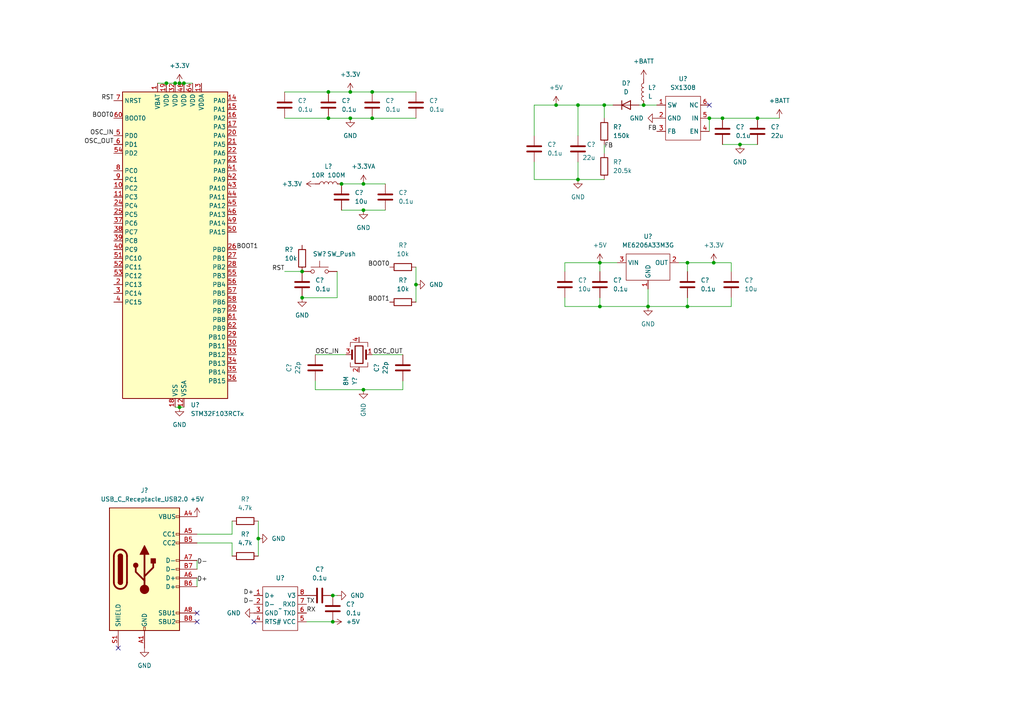
<source format=kicad_sch>
(kicad_sch (version 20230121) (generator eeschema)
  (paper "A4")
  (lib_symbols
    (symbol "Connector:USB_C_Receptacle_USB2.0" (pin_names (offset 1.016))
      (property "Reference" "J" (at -10.16 19.05 0))
      (property "Value" "USB_C_Receptacle_USB2.0" (at 19.05 19.05 0))
      (symbol "USB_C_Receptacle_USB2.0_0_0"
        (rectangle (start -0.254 -17.78) (end 0.254 -16.764))
        (rectangle (start 10.16 -14.986) (end 9.144 -15.494))
        (rectangle (start 10.16 -12.446) (end 9.144 -12.954))
        (rectangle (start 10.16 -4.826) (end 9.144 -5.334))
        (rectangle (start 10.16 -2.286) (end 9.144 -2.794))
        (rectangle (start 10.16 0.254) (end 9.144 -0.254))
        (rectangle (start 10.16 2.794) (end 9.144 2.286))
        (rectangle (start 10.16 7.874) (end 9.144 7.366))
        (rectangle (start 10.16 10.414) (end 9.144 9.906))
        (rectangle (start 10.16 15.494) (end 9.144 14.986))
      )
      (symbol "USB_C_Receptacle_USB2.0_0_1"
        (rectangle (start -10.16 17.78) (end 10.16 -17.78) (stroke (width 0.254)) (fill (type background)))
        (arc (start -8.89 -3.81) (mid -6.985 -5.7067) (end -5.08 -3.81) (stroke (width 0.508)))
        (arc (start -7.62 -3.81) (mid -6.985 -4.4423) (end -6.35 -3.81) (stroke (width 0.254)))
        (arc (start -7.62 -3.81) (mid -6.985 -4.4423) (end -6.35 -3.81) (stroke (width 0.254)) (fill (type outline)))
        (rectangle (start -7.62 -3.81) (end -6.35 3.81) (stroke (width 0.254)) (fill (type outline)))
        (arc (start -6.35 3.81) (mid -6.985 4.4423) (end -7.62 3.81) (stroke (width 0.254)))
        (arc (start -6.35 3.81) (mid -6.985 4.4423) (end -7.62 3.81) (stroke (width 0.254)) (fill (type outline)))
        (arc (start -5.08 3.81) (mid -6.985 5.7067) (end -8.89 3.81) (stroke (width 0.508)))
        (circle (center -2.54 1.143) (radius 0.635) (stroke (width 0.254)) (fill (type outline)))
        (circle (center 0 -5.842) (radius 1.27) (fill (type outline)))
        (polyline (pts (xy -8.89 -3.81) (xy -8.89 3.81)) (stroke (width 0.508)))
        (polyline (pts (xy -5.08 3.81) (xy -5.08 -3.81)) (stroke (width 0.508)))
        (polyline (pts (xy 0 -5.842) (xy 0 4.318)) (stroke (width 0.508)))
        (polyline (pts (xy 0 -3.302) (xy -2.54 -0.762) (xy -2.54 0.508)) (stroke (width 0.508)))
        (polyline (pts (xy 0 -2.032) (xy 2.54 0.508) (xy 2.54 1.778)) (stroke (width 0.508)))
        (polyline (pts (xy -1.27 4.318) (xy 0 6.858) (xy 1.27 4.318) (xy -1.27 4.318)) (stroke (width 0.254)) (fill (type outline)))
        (rectangle (start 1.905 1.778) (end 3.175 3.048) (stroke (width 0.254)) (fill (type outline)))
      )
      (symbol "USB_C_Receptacle_USB2.0_1_1"
        (pin passive line (at 0 -22.86 90) (length 5.08) (name "GND") (number "A1"))
        (pin passive line (at 0 -22.86 90) (length 5.08) hide (name "GND") (number "A12"))
        (pin passive line (at 15.24 15.24 180) (length 5.08) (name "VBUS") (number "A4"))
        (pin bidirectional line (at 15.24 10.16 180) (length 5.08) (name "CC1") (number "A5"))
        (pin bidirectional line (at 15.24 -2.54 180) (length 5.08) (name "D+") (number "A6"))
        (pin bidirectional line (at 15.24 2.54 180) (length 5.08) (name "D-") (number "A7"))
        (pin bidirectional line (at 15.24 -12.7 180) (length 5.08) (name "SBU1") (number "A8"))
        (pin passive line (at 15.24 15.24 180) (length 5.08) hide (name "VBUS") (number "A9"))
        (pin passive line (at 0 -22.86 90) (length 5.08) hide (name "GND") (number "B1"))
        (pin passive line (at 0 -22.86 90) (length 5.08) hide (name "GND") (number "B12"))
        (pin passive line (at 15.24 15.24 180) (length 5.08) hide (name "VBUS") (number "B4"))
        (pin bidirectional line (at 15.24 7.62 180) (length 5.08) (name "CC2") (number "B5"))
        (pin bidirectional line (at 15.24 -5.08 180) (length 5.08) (name "D+") (number "B6"))
        (pin bidirectional line (at 15.24 0 180) (length 5.08) (name "D-") (number "B7"))
        (pin bidirectional line (at 15.24 -15.24 180) (length 5.08) (name "SBU2") (number "B8"))
        (pin passive line (at 15.24 15.24 180) (length 5.08) hide (name "VBUS") (number "B9"))
        (pin passive line (at -7.62 -22.86 90) (length 5.08) (name "SHIELD") (number "S1"))
      )
    )
    (symbol "Converter_DCDC:SX1308"
      (property "Reference" "U" (at 0 8.89 0))
      (property "Value" "SX1308" (at 0 0 0))
      (symbol "SX1308_0_1"
        (rectangle (start -5.08 6.35) (end 5.08 -6.35))
      )
      (symbol "SX1308_1_1"
        (pin input line (at -7.62 3.81 0) (length 2.54) (name "SW") (number "1"))
        (pin input line (at -7.62 0 0) (length 2.54) (name "GND") (number "2"))
        (pin input line (at -7.62 -3.81 0) (length 2.54) (name "FB") (number "3"))
        (pin input line (at 7.62 -3.81 180) (length 2.54) (name "EN") (number "4"))
        (pin input line (at 7.62 0 180) (length 2.54) (name "IN") (number "5"))
        (pin input line (at 7.62 3.81 180) (length 2.54) (name "NC") (number "6"))
      )
    )
    (symbol "Device:C" (pin_numbers hide) (pin_names (offset 0.254))
      (property "Reference" "C" (at 0.635 2.54 0))
      (property "Value" "C" (at 0.635 -2.54 0))
      (symbol "C_0_1"
        (polyline (pts (xy -2.032 -0.762) (xy 2.032 -0.762)) (stroke (width 0.508)))
        (polyline (pts (xy -2.032 0.762) (xy 2.032 0.762)) (stroke (width 0.508)))
      )
      (symbol "C_1_1"
        (pin passive line (at 0 3.81 270) (length 2.794) (name "~") (number "1"))
        (pin passive line (at 0 -3.81 90) (length 2.794) (name "~") (number "2"))
      )
    )
    (symbol "Device:Crystal_GND24" (pin_names (offset 1.016) hide)
      (property "Reference" "Y" (at 3.175 5.08 0))
      (property "Value" "Crystal_GND24" (at 3.175 3.175 0))
      (symbol "Crystal_GND24_0_1"
        (rectangle (start -1.143 2.54) (end 1.143 -2.54) (stroke (width 0.3048)))
        (polyline (pts (xy -2.54 0) (xy -2.032 0)))
        (polyline (pts (xy -2.032 -1.27) (xy -2.032 1.27)) (stroke (width 0.508)))
        (polyline (pts (xy 0 -3.81) (xy 0 -3.556)))
        (polyline (pts (xy 0 3.556) (xy 0 3.81)))
        (polyline (pts (xy 2.032 -1.27) (xy 2.032 1.27)) (stroke (width 0.508)))
        (polyline (pts (xy 2.032 0) (xy 2.54 0)))
        (polyline (pts (xy -2.54 -2.286) (xy -2.54 -3.556) (xy 2.54 -3.556) (xy 2.54 -2.286)))
        (polyline (pts (xy -2.54 2.286) (xy -2.54 3.556) (xy 2.54 3.556) (xy 2.54 2.286)))
      )
      (symbol "Crystal_GND24_1_1"
        (pin passive line (at -3.81 0 0) (length 1.27) (name "1") (number "1"))
        (pin passive line (at 0 5.08 270) (length 1.27) (name "2") (number "2"))
        (pin passive line (at 3.81 0 180) (length 1.27) (name "3") (number "3"))
        (pin passive line (at 0 -5.08 90) (length 1.27) (name "4") (number "4"))
      )
    )
    (symbol "Device:D" (pin_numbers hide) (pin_names (offset 1.016) hide)
      (property "Reference" "D" (at 0 2.54 0))
      (property "Value" "D" (at 0 -2.54 0))
      (symbol "D_0_1"
        (polyline (pts (xy -1.27 1.27) (xy -1.27 -1.27)) (stroke (width 0.254)))
        (polyline (pts (xy 1.27 0) (xy -1.27 0)))
        (polyline (pts (xy 1.27 1.27) (xy 1.27 -1.27) (xy -1.27 0) (xy 1.27 1.27)) (stroke (width 0.254)))
      )
      (symbol "D_1_1"
        (pin passive line (at -3.81 0 0) (length 2.54) (name "K") (number "1"))
        (pin passive line (at 3.81 0 180) (length 2.54) (name "A") (number "2"))
      )
    )
    (symbol "Device:L" (pin_numbers hide) (pin_names (offset 1.016) hide)
      (property "Reference" "L" (at -1.27 0 90))
      (property "Value" "L" (at 1.905 0 90))
      (symbol "L_0_1"
        (arc (start 0 -2.54) (mid 0.6323 -1.905) (end 0 -1.27))
        (arc (start 0 -1.27) (mid 0.6323 -0.635) (end 0 0))
        (arc (start 0 0) (mid 0.6323 0.635) (end 0 1.27))
        (arc (start 0 1.27) (mid 0.6323 1.905) (end 0 2.54))
      )
      (symbol "L_1_1"
        (pin passive line (at 0 3.81 270) (length 1.27) (name "1") (number "1"))
        (pin passive line (at 0 -3.81 90) (length 1.27) (name "2") (number "2"))
      )
    )
    (symbol "Device:R" (pin_numbers hide) (pin_names (offset 0))
      (property "Reference" "R" (at 2.032 0 90))
      (property "Value" "R" (at 0 0 90))
      (symbol "R_0_1"
        (rectangle (start -1.016 -2.54) (end 1.016 2.54) (stroke (width 0.254)))
      )
      (symbol "R_1_1"
        (pin passive line (at 0 3.81 270) (length 1.27) (name "~") (number "1"))
        (pin passive line (at 0 -3.81 90) (length 1.27) (name "~") (number "2"))
      )
    )
    (symbol "Interface_USB:CH340N"
      (property "Reference" "U" (at -8.89 7.62 0))
      (symbol "CH340N_0_1"
        (rectangle (start -5.08 6.35) (end 5.08 -6.35))
      )
      (symbol "CH340N_1_1"
        (pin bidirectional line (at -7.62 3.81 0) (length 2.54) (name "D+") (number "1"))
        (pin bidirectional line (at -7.62 1.27 0) (length 2.54) (name "D-") (number "2"))
        (pin power_out line (at -7.62 -1.27 0) (length 2.54) (name "GND") (number "3"))
        (pin bidirectional line (at -7.62 -3.81 0) (length 2.54) (name "RTS#") (number "4"))
        (pin power_out line (at 7.62 -3.81 180) (length 2.54) (name "VCC") (number "5"))
        (pin output line (at 7.62 -1.27 180) (length 2.54) (name "TXD") (number "6"))
        (pin input line (at 7.62 1.27 180) (length 2.54) (name "RXD") (number "7"))
        (pin power_in line (at 7.62 3.81 180) (length 2.54) (name "V3") (number "8"))
      )
    )
    (symbol "MCU_ST_STM32F1:STM32F103RCTx"
      (property "Reference" "U" (at -15.24 46.99 0))
      (property "Value" "STM32F103RCTx" (at 10.16 46.99 0))
      (symbol "STM32F103RCTx_0_1"
        (rectangle (start -15.24 -43.18) (end 15.24 45.72) (stroke (width 0.254)) (fill (type background)))
      )
      (symbol "STM32F103RCTx_1_1"
        (pin power_in line (at -5.08 48.26 270) (length 2.54) (name "VBAT") (number "1"))
        (pin bidirectional line (at -17.78 17.78 0) (length 2.54) (name "PC2") (number "10"))
        (pin bidirectional line (at -17.78 15.24 0) (length 2.54) (name "PC3") (number "11"))
        (pin power_in line (at 2.54 -45.72 90) (length 2.54) (name "VSSA") (number "12"))
        (pin power_in line (at 7.62 48.26 270) (length 2.54) (name "VDDA") (number "13"))
        (pin bidirectional line (at 17.78 43.18 180) (length 2.54) (name "PA0") (number "14"))
        (pin bidirectional line (at 17.78 40.64 180) (length 2.54) (name "PA1") (number "15"))
        (pin bidirectional line (at 17.78 38.1 180) (length 2.54) (name "PA2") (number "16"))
        (pin bidirectional line (at 17.78 35.56 180) (length 2.54) (name "PA3") (number "17"))
        (pin power_in line (at 0 -45.72 90) (length 2.54) (name "VSS") (number "18"))
        (pin power_in line (at -2.54 48.26 270) (length 2.54) (name "VDD") (number "19"))
        (pin bidirectional line (at -17.78 -10.16 0) (length 2.54) (name "PC13") (number "2"))
        (pin bidirectional line (at 17.78 33.02 180) (length 2.54) (name "PA4") (number "20"))
        (pin bidirectional line (at 17.78 30.48 180) (length 2.54) (name "PA5") (number "21"))
        (pin bidirectional line (at 17.78 27.94 180) (length 2.54) (name "PA6") (number "22"))
        (pin bidirectional line (at 17.78 25.4 180) (length 2.54) (name "PA7") (number "23"))
        (pin bidirectional line (at -17.78 12.7 0) (length 2.54) (name "PC4") (number "24"))
        (pin bidirectional line (at -17.78 10.16 0) (length 2.54) (name "PC5") (number "25"))
        (pin bidirectional line (at 17.78 0 180) (length 2.54) (name "PB0") (number "26"))
        (pin bidirectional line (at 17.78 -2.54 180) (length 2.54) (name "PB1") (number "27"))
        (pin bidirectional line (at 17.78 -5.08 180) (length 2.54) (name "PB2") (number "28"))
        (pin bidirectional line (at 17.78 -25.4 180) (length 2.54) (name "PB10") (number "29"))
        (pin bidirectional line (at -17.78 -12.7 0) (length 2.54) (name "PC14") (number "3"))
        (pin bidirectional line (at 17.78 -27.94 180) (length 2.54) (name "PB11") (number "30"))
        (pin passive line (at 0 -45.72 90) (length 2.54) hide (name "VSS") (number "31"))
        (pin power_in line (at 0 48.26 270) (length 2.54) (name "VDD") (number "32"))
        (pin bidirectional line (at 17.78 -30.48 180) (length 2.54) (name "PB12") (number "33"))
        (pin bidirectional line (at 17.78 -33.02 180) (length 2.54) (name "PB13") (number "34"))
        (pin bidirectional line (at 17.78 -35.56 180) (length 2.54) (name "PB14") (number "35"))
        (pin bidirectional line (at 17.78 -38.1 180) (length 2.54) (name "PB15") (number "36"))
        (pin bidirectional line (at -17.78 7.62 0) (length 2.54) (name "PC6") (number "37"))
        (pin bidirectional line (at -17.78 5.08 0) (length 2.54) (name "PC7") (number "38"))
        (pin bidirectional line (at -17.78 2.54 0) (length 2.54) (name "PC8") (number "39"))
        (pin bidirectional line (at -17.78 -15.24 0) (length 2.54) (name "PC15") (number "4"))
        (pin bidirectional line (at -17.78 0 0) (length 2.54) (name "PC9") (number "40"))
        (pin bidirectional line (at 17.78 22.86 180) (length 2.54) (name "PA8") (number "41"))
        (pin bidirectional line (at 17.78 20.32 180) (length 2.54) (name "PA9") (number "42"))
        (pin bidirectional line (at 17.78 17.78 180) (length 2.54) (name "PA10") (number "43"))
        (pin bidirectional line (at 17.78 15.24 180) (length 2.54) (name "PA11") (number "44"))
        (pin bidirectional line (at 17.78 12.7 180) (length 2.54) (name "PA12") (number "45"))
        (pin bidirectional line (at 17.78 10.16 180) (length 2.54) (name "PA13") (number "46"))
        (pin passive line (at 0 -45.72 90) (length 2.54) hide (name "VSS") (number "47"))
        (pin power_in line (at 2.54 48.26 270) (length 2.54) (name "VDD") (number "48"))
        (pin bidirectional line (at 17.78 7.62 180) (length 2.54) (name "PA14") (number "49"))
        (pin bidirectional line (at -17.78 33.02 0) (length 2.54) (name "PD0") (number "5"))
        (pin bidirectional line (at 17.78 5.08 180) (length 2.54) (name "PA15") (number "50"))
        (pin bidirectional line (at -17.78 -2.54 0) (length 2.54) (name "PC10") (number "51"))
        (pin bidirectional line (at -17.78 -5.08 0) (length 2.54) (name "PC11") (number "52"))
        (pin bidirectional line (at -17.78 -7.62 0) (length 2.54) (name "PC12") (number "53"))
        (pin bidirectional line (at -17.78 27.94 0) (length 2.54) (name "PD2") (number "54"))
        (pin bidirectional line (at 17.78 -7.62 180) (length 2.54) (name "PB3") (number "55"))
        (pin bidirectional line (at 17.78 -10.16 180) (length 2.54) (name "PB4") (number "56"))
        (pin bidirectional line (at 17.78 -12.7 180) (length 2.54) (name "PB5") (number "57"))
        (pin bidirectional line (at 17.78 -15.24 180) (length 2.54) (name "PB6") (number "58"))
        (pin bidirectional line (at 17.78 -17.78 180) (length 2.54) (name "PB7") (number "59"))
        (pin bidirectional line (at -17.78 30.48 0) (length 2.54) (name "PD1") (number "6"))
        (pin input line (at -17.78 38.1 0) (length 2.54) (name "BOOT0") (number "60"))
        (pin bidirectional line (at 17.78 -20.32 180) (length 2.54) (name "PB8") (number "61"))
        (pin bidirectional line (at 17.78 -22.86 180) (length 2.54) (name "PB9") (number "62"))
        (pin passive line (at 0 -45.72 90) (length 2.54) hide (name "VSS") (number "63"))
        (pin power_in line (at 5.08 48.26 270) (length 2.54) (name "VDD") (number "64"))
        (pin input line (at -17.78 43.18 0) (length 2.54) (name "NRST") (number "7"))
        (pin bidirectional line (at -17.78 22.86 0) (length 2.54) (name "PC0") (number "8"))
        (pin bidirectional line (at -17.78 20.32 0) (length 2.54) (name "PC1") (number "9"))
      )
    )
    (symbol "Regulator_Linear:ME6206A33M3G"
      (property "Reference" "U" (at 0 7.62 0))
      (property "Value" "ME6206A33M3G" (at 0 5.08 0))
      (symbol "ME6206A33M3G_0_1"
        (rectangle (start -6.35 3.81) (end 6.35 -3.81))
      )
      (symbol "ME6206A33M3G_1_1"
        (pin input line (at 0 -6.35 90) (length 2.54) (name "GND") (number "1"))
        (pin input line (at 8.89 1.27 180) (length 2.54) (name "OUT") (number "2"))
        (pin input line (at -8.89 1.27 0) (length 2.54) (name "VIN") (number "3"))
      )
    )
    (symbol "Switch:SW_Push" (pin_numbers hide) (pin_names (offset 1.016) hide)
      (property "Reference" "SW" (at 1.27 2.54 0))
      (property "Value" "SW_Push" (at 0 -1.524 0))
      (symbol "SW_Push_0_1"
        (circle (center -2.032 0) (radius 0.508))
        (polyline (pts (xy 0 1.27) (xy 0 3.048)))
        (polyline (pts (xy 2.54 1.27) (xy -2.54 1.27)))
        (circle (center 2.032 0) (radius 0.508))
        (pin passive line (at -5.08 0 0) (length 2.54) (name "1") (number "1"))
        (pin passive line (at 5.08 0 180) (length 2.54) (name "2") (number "2"))
      )
    )
    (symbol "power:+3.3V" (power) (pin_names (offset 0))
      (property "Value" "+3.3V" (at 0 3.556 0))
      (symbol "+3.3V_0_1"
        (polyline (pts (xy -0.762 1.27) (xy 0 2.54)))
        (polyline (pts (xy 0 0) (xy 0 2.54)))
        (polyline (pts (xy 0 2.54) (xy 0.762 1.27)))
      )
      (symbol "+3.3V_1_1"
        (pin power_in line (at 0 0 90) (length 0) hide (name "+3.3V") (number "1"))
      )
    )
    (symbol "power:+3.3VA" (power) (pin_names (offset 0))
      (property "Value" "+3.3VA" (at 0 3.556 0))
      (symbol "+3.3VA_0_1"
        (polyline (pts (xy -0.762 1.27) (xy 0 2.54)))
        (polyline (pts (xy 0 0) (xy 0 2.54)))
        (polyline (pts (xy 0 2.54) (xy 0.762 1.27)))
      )
      (symbol "+3.3VA_1_1"
        (pin power_in line (at 0 0 90) (length 0) hide (name "+3.3VA") (number "1"))
      )
    )
    (symbol "power:+5V" (power) (pin_names (offset 0))
      (property "Value" "+5V" (at 0 3.556 0))
      (symbol "+5V_0_1"
        (polyline (pts (xy -0.762 1.27) (xy 0 2.54)))
        (polyline (pts (xy 0 0) (xy 0 2.54)))
        (polyline (pts (xy 0 2.54) (xy 0.762 1.27)))
      )
      (symbol "+5V_1_1"
        (pin power_in line (at 0 0 90) (length 0) hide (name "+5V") (number "1"))
      )
    )
    (symbol "power:+BATT" (power) (pin_names (offset 0))
      (property "Value" "+BATT" (at 0 3.556 0))
      (symbol "+BATT_0_1"
        (polyline (pts (xy -0.762 1.27) (xy 0 2.54)))
        (polyline (pts (xy 0 0) (xy 0 2.54)))
        (polyline (pts (xy 0 2.54) (xy 0.762 1.27)))
      )
      (symbol "+BATT_1_1"
        (pin power_in line (at 0 0 90) (length 0) hide (name "+BATT") (number "1"))
      )
    )
    (symbol "power:GND" (power) (pin_names (offset 0))
      (property "Value" "GND" (at 0 -3.81 0))
      (symbol "GND_0_1"
        (polyline (pts (xy 0 0) (xy 0 -1.27) (xy 1.27 -1.27) (xy 0 -2.54) (xy -1.27 -1.27) (xy 0 -1.27)))
      )
      (symbol "GND_1_1"
        (pin power_in line (at 0 0 270) (length 0) hide (name "GND") (number "1"))
      )
    )
  )
  (junction (at 207.01 76.2))
  (junction (at 95.25 34.29))
  (junction (at 96.52 180.34))
  (junction (at 87.63 86.36))
  (junction (at 199.39 76.2))
  (junction (at 105.41 60.96))
  (junction (at 101.6 26.67))
  (junction (at 209.55 34.29))
  (junction (at 175.26 30.48))
  (junction (at 50.8 24.13))
  (junction (at 167.64 30.48))
  (junction (at 105.41 113.03))
  (junction (at 52.07 118.11))
  (junction (at 205.74 34.29))
  (junction (at 186.69 30.48))
  (junction (at 120.65 82.55))
  (junction (at 101.6 34.29))
  (junction (at 48.26 24.13))
  (junction (at 161.29 30.48))
  (junction (at 53.34 24.13))
  (junction (at 96.52 172.72))
  (junction (at 74.93 156.21))
  (junction (at 173.99 76.2))
  (junction (at 219.71 34.29))
  (junction (at 173.99 88.9))
  (junction (at 87.63 78.74))
  (junction (at 199.39 88.9))
  (junction (at 107.95 34.29))
  (junction (at 214.63 41.91))
  (junction (at 95.25 26.67))
  (junction (at 187.96 88.9))
  (junction (at 99.06 53.34))
  (junction (at 107.95 26.67))
  (junction (at 167.64 52.07))
  (junction (at 52.07 24.13))
  (junction (at 105.41 53.34))
  (no_connect (at 57.15 177.8))
  (no_connect (at 73.66 180.34))
  (no_connect (at 34.29 187.96))
  (no_connect (at 205.74 30.48))
  (no_connect (at 57.15 180.34))
  (wire (pts (xy 116.84 102.87) (xy 107.95 102.87)))
  (wire (pts (xy 52.07 24.13) (xy 53.34 24.13)))
  (wire (pts (xy 173.99 76.2) (xy 173.99 78.74)))
  (wire (pts (xy 97.79 86.36) (xy 87.63 86.36)))
  (wire (pts (xy 91.44 102.87) (xy 100.33 102.87)))
  (wire (pts (xy 209.55 34.29) (xy 219.71 34.29)))
  (wire (pts (xy 161.29 30.48) (xy 167.64 30.48)))
  (wire (pts (xy 167.64 46.99) (xy 167.64 52.07)))
  (wire (pts (xy 175.26 52.07) (xy 167.64 52.07)))
  (wire (pts (xy 74.93 156.21) (xy 74.93 161.29)))
  (wire (pts (xy 187.96 83.82) (xy 187.96 88.9)))
  (wire (pts (xy 205.74 34.29) (xy 205.74 38.1)))
  (wire (pts (xy 175.26 30.48) (xy 175.26 34.29)))
  (wire (pts (xy 82.55 26.67) (xy 95.25 26.67)))
  (wire (pts (xy 120.65 82.55) (xy 120.65 87.63)))
  (wire (pts (xy 99.06 60.96) (xy 105.41 60.96)))
  (wire (pts (xy 173.99 86.36) (xy 173.99 88.9)))
  (wire (pts (xy 96.52 180.34) (xy 88.9 180.34)))
  (wire (pts (xy 199.39 76.2) (xy 199.39 78.74)))
  (wire (pts (xy 57.15 167.64) (xy 57.15 170.18)))
  (wire (pts (xy 97.79 172.72) (xy 96.52 172.72)))
  (wire (pts (xy 214.63 41.91) (xy 219.71 41.91)))
  (wire (pts (xy 199.39 86.36) (xy 199.39 88.9)))
  (wire (pts (xy 219.71 34.29) (xy 226.06 34.29)))
  (wire (pts (xy 48.26 24.13) (xy 50.8 24.13)))
  (wire (pts (xy 120.65 77.47) (xy 120.65 82.55)))
  (wire (pts (xy 97.79 78.74) (xy 97.79 86.36)))
  (wire (pts (xy 82.55 34.29) (xy 95.25 34.29)))
  (wire (pts (xy 91.44 113.03) (xy 105.41 113.03)))
  (wire (pts (xy 205.74 34.29) (xy 209.55 34.29)))
  (wire (pts (xy 50.8 24.13) (xy 52.07 24.13)))
  (wire (pts (xy 209.55 41.91) (xy 214.63 41.91)))
  (wire (pts (xy 163.83 78.74) (xy 163.83 76.2)))
  (wire (pts (xy 107.95 34.29) (xy 120.65 34.29)))
  (wire (pts (xy 53.34 24.13) (xy 55.88 24.13)))
  (wire (pts (xy 212.09 86.36) (xy 212.09 88.9)))
  (wire (pts (xy 67.31 154.94) (xy 57.15 154.94)))
  (wire (pts (xy 179.07 76.2) (xy 173.99 76.2)))
  (wire (pts (xy 167.64 30.48) (xy 167.64 39.37)))
  (wire (pts (xy 163.83 86.36) (xy 163.83 88.9)))
  (wire (pts (xy 95.25 34.29) (xy 101.6 34.29)))
  (wire (pts (xy 116.84 113.03) (xy 116.84 110.49)))
  (wire (pts (xy 167.64 52.07) (xy 154.94 52.07)))
  (wire (pts (xy 167.64 30.48) (xy 175.26 30.48)))
  (wire (pts (xy 212.09 88.9) (xy 199.39 88.9)))
  (wire (pts (xy 105.41 113.03) (xy 116.84 113.03)))
  (wire (pts (xy 95.25 26.67) (xy 101.6 26.67)))
  (wire (pts (xy 154.94 52.07) (xy 154.94 46.99)))
  (wire (pts (xy 175.26 41.91) (xy 175.26 44.45)))
  (wire (pts (xy 207.01 76.2) (xy 199.39 76.2)))
  (wire (pts (xy 57.15 162.56) (xy 57.15 165.1)))
  (wire (pts (xy 99.06 53.34) (xy 105.41 53.34)))
  (wire (pts (xy 101.6 34.29) (xy 107.95 34.29)))
  (wire (pts (xy 74.93 151.13) (xy 74.93 156.21)))
  (wire (pts (xy 91.44 110.49) (xy 91.44 113.03)))
  (wire (pts (xy 185.42 30.48) (xy 186.69 30.48)))
  (wire (pts (xy 173.99 88.9) (xy 187.96 88.9)))
  (wire (pts (xy 212.09 78.74) (xy 212.09 76.2)))
  (wire (pts (xy 154.94 30.48) (xy 154.94 39.37)))
  (wire (pts (xy 199.39 88.9) (xy 187.96 88.9)))
  (wire (pts (xy 107.95 26.67) (xy 120.65 26.67)))
  (wire (pts (xy 82.55 78.74) (xy 87.63 78.74)))
  (wire (pts (xy 154.94 30.48) (xy 161.29 30.48)))
  (wire (pts (xy 52.07 118.11) (xy 53.34 118.11)))
  (wire (pts (xy 186.69 30.48) (xy 190.5 30.48)))
  (wire (pts (xy 163.83 88.9) (xy 173.99 88.9)))
  (wire (pts (xy 45.72 24.13) (xy 48.26 24.13)))
  (wire (pts (xy 175.26 30.48) (xy 177.8 30.48)))
  (wire (pts (xy 67.31 151.13) (xy 67.31 154.94)))
  (wire (pts (xy 163.83 76.2) (xy 173.99 76.2)))
  (wire (pts (xy 67.31 157.48) (xy 67.31 161.29)))
  (wire (pts (xy 50.8 118.11) (xy 52.07 118.11)))
  (wire (pts (xy 105.41 60.96) (xy 111.76 60.96)))
  (wire (pts (xy 212.09 76.2) (xy 207.01 76.2)))
  (wire (pts (xy 57.15 157.48) (xy 67.31 157.48)))
  (wire (pts (xy 101.6 26.67) (xy 107.95 26.67)))
  (wire (pts (xy 105.41 53.34) (xy 111.76 53.34)))
  (wire (pts (xy 196.85 76.2) (xy 199.39 76.2)))
  (label "RX" (at 88.9 177.8 0))
  (label "BOOT0" (at 33.02 34.29 180))
  (label "D+" (at 73.66 172.72 180))
  (label "FB" (at 190.5 38.1 180))
  (label "OSC_OUT" (at 33.02 41.91 180))
  (label "BOOT1" (at 113.03 87.63 180))
  (label "D-" (at 73.66 175.26 180))
  (label "TX" (at 88.9 175.26 0))
  (label "D+" (at 57.15 168.91 0))
  (label "OSC_IN" (at 91.44 102.87 0))
  (label "FB" (at 175.26 43.18 0))
  (label "D-" (at 57.15 163.83 0))
  (label "BOOT0" (at 113.03 77.47 180))
  (label "OSC_OUT" (at 116.84 102.87 180))
  (label "OSC_IN" (at 33.02 39.37 180))
  (label "RST" (at 33.02 29.21 180))
  (label "RST" (at 82.55 78.74 180))
  (label "BOOT1" (at 68.58 72.39 0))
  (symbol (lib_id "power:+5V") (at 161.29 30.48 0) (unit 1)
    (property "Reference" "#PWR014" (effects hide))
    (property "Value" "+5V" (at 161.29 25.4 0))
  )
  (symbol (lib_id "power:+BATT") (at 186.69 22.86 0) (unit 1)
    (property "Reference" "#PWR010" (effects hide))
    (property "Value" "+BATT" (at 186.69 17.78 0))
  )
  (symbol (lib_id "Device:Crystal_GND24") (at 104.14 102.87 180) (unit 1)
    (property "Reference" "Y?" (at 102.87 110.49 90))
    (property "Value" "8M" (at 100.33 110.49 90))
  )
  (symbol (lib_id "Device:C") (at 167.64 43.18 0) (unit 1)
    (property "Reference" "C?" (at 170.18 41.91 0) (effects (justify left)))
    (property "Value" "22u" (at 168.91 45.72 0) (effects (justify left)))
  )
  (symbol (lib_id "power:GND") (at 97.79 172.72 90) (unit 1)
    (property "Reference" "#PWR027" (effects hide))
    (property "Value" "GND" (at 101.6 172.72 90) (effects (justify right)))
  )
  (symbol (lib_id "power:+3.3VA") (at 105.41 53.34 0) (unit 1)
    (property "Reference" "#PWR06" (effects hide))
    (property "Value" "+3.3VA" (at 105.41 48.26 0))
  )
  (symbol (lib_id "Device:C") (at 120.65 30.48 0) (unit 1)
    (property "Reference" "C?" (at 124.46 29.21 0) (effects (justify left)))
    (property "Value" "0.1u" (at 124.46 31.75 0) (effects (justify left)))
  )
  (symbol (lib_id "power:GND") (at 120.65 82.55 90) (unit 1)
    (property "Reference" "#PWR019" (effects hide))
    (property "Value" "GND" (at 124.46 82.55 90) (effects (justify right)))
  )
  (symbol (lib_id "Connector:USB_C_Receptacle_USB2.0") (at 41.91 165.1 0) (unit 1)
    (property "Reference" "J?" (at 41.91 142.24 0))
    (property "Value" "USB_C_Receptacle_USB2.0" (at 41.91 144.78 0))
    (property "Datasheet" "https://www.usb.org/sites/default/files/documents/usb_type-c.zip" (effects hide))
  )
  (symbol (lib_id "power:GND") (at 214.63 41.91 0) (unit 1)
    (property "Reference" "#PWR013" (effects hide))
    (property "Value" "GND" (at 214.63 46.99 0))
  )
  (symbol (lib_id "Device:C") (at 95.25 30.48 0) (unit 1)
    (property "Reference" "C?" (at 99.06 29.21 0) (effects (justify left)))
    (property "Value" "0.1u" (at 99.06 31.75 0) (effects (justify left)))
  )
  (symbol (lib_id "Device:C") (at 107.95 30.48 0) (unit 1)
    (property "Reference" "C?" (at 111.76 29.21 0) (effects (justify left)))
    (property "Value" "0.1u" (at 111.76 31.75 0) (effects (justify left)))
  )
  (symbol (lib_id "power:GND") (at 101.6 34.29 0) (unit 1)
    (property "Reference" "#PWR04" (effects hide))
    (property "Value" "GND" (at 101.6 39.37 0))
  )
  (symbol (lib_id "Device:R") (at 116.84 77.47 90) (unit 1)
    (property "Reference" "R?" (at 116.84 71.12 90))
    (property "Value" "10k" (at 116.84 73.66 90))
  )
  (symbol (lib_id "Device:C") (at 92.71 172.72 270) (unit 1)
    (property "Reference" "C?" (at 92.71 165.1 90))
    (property "Value" "0.1u" (at 92.71 167.64 90))
  )
  (symbol (lib_id "power:GND") (at 87.63 86.36 0) (unit 1)
    (property "Reference" "#PWR09" (effects hide))
    (property "Value" "GND" (at 87.63 91.44 0))
  )
  (symbol (lib_id "Device:C") (at 91.44 106.68 180) (unit 1)
    (property "Reference" "C?" (at 83.82 106.68 90))
    (property "Value" "22p" (at 86.36 106.68 90))
  )
  (symbol (lib_id "power:+3.3V") (at 52.07 24.13 0) (unit 1)
    (property "Reference" "#PWR01" (effects hide))
    (property "Value" "+3.3V" (at 52.07 19.05 0))
  )
  (symbol (lib_id "Device:C") (at 116.84 106.68 180) (unit 1)
    (property "Reference" "C?" (at 109.22 106.68 90))
    (property "Value" "22p" (at 111.76 106.68 90))
  )
  (symbol (lib_id "Device:D") (at 181.61 30.48 0) (unit 1)
    (property "Reference" "D?" (at 181.61 24.13 0))
    (property "Value" "D" (at 181.61 26.67 0))
    (property "Sim.Device" "D" (effects hide))
    (property "Sim.Pins" "1=K 2=A" (effects hide))
  )
  (symbol (lib_id "power:GND") (at 167.64 52.07 0) (unit 1)
    (property "Reference" "#PWR016" (effects hide))
    (property "Value" "GND" (at 167.64 57.15 0))
  )
  (symbol (lib_id "Device:C") (at 219.71 38.1 0) (unit 1)
    (property "Reference" "C?" (at 223.52 36.83 0) (effects (justify left)))
    (property "Value" "22u" (at 223.52 39.37 0) (effects (justify left)))
  )
  (symbol (lib_id "power:+BATT") (at 226.06 34.29 0) (unit 1)
    (property "Reference" "#PWR011" (effects hide))
    (property "Value" "+BATT" (at 226.06 29.21 0))
  )
  (symbol (lib_id "power:GND") (at 190.5 34.29 270) (unit 1)
    (property "Reference" "#PWR012" (effects hide))
    (property "Value" "GND" (at 186.69 34.29 90) (effects (justify right)))
  )
  (symbol (lib_id "power:GND") (at 41.91 187.96 0) (unit 1)
    (property "Reference" "#PWR020" (effects hide))
    (property "Value" "GND" (at 41.91 193.04 0))
  )
  (symbol (lib_id "Device:R") (at 175.26 48.26 0) (unit 1)
    (property "Reference" "R?" (at 177.8 46.99 0) (effects (justify left)))
    (property "Value" "20.5k" (at 177.8 49.53 0) (effects (justify left)))
  )
  (symbol (lib_id "Converter_DCDC:SX1308") (at 198.12 34.29 0) (unit 1)
    (property "Reference" "U?" (at 198.12 22.86 0))
    (property "Value" "SX1308" (at 198.12 25.4 0))
    (property "Footprint" "Package_TO_SOT_SMD:SOT-23-6" (effects hide))
  )
  (symbol (lib_id "power:+5V") (at 173.99 76.2 0) (unit 1)
    (property "Reference" "#PWR017" (effects hide))
    (property "Value" "+5V" (at 173.99 71.12 0))
  )
  (symbol (lib_id "Device:R") (at 71.12 151.13 90) (unit 1)
    (property "Reference" "R?" (at 71.12 144.78 90))
    (property "Value" "4.7k" (at 71.12 147.32 90))
  )
  (symbol (lib_id "Device:C") (at 212.09 82.55 0) (unit 1)
    (property "Reference" "C?" (at 215.9 81.28 0) (effects (justify left)))
    (property "Value" "10u" (at 215.9 83.82 0) (effects (justify left)))
  )
  (symbol (lib_id "Switch:SW_Push") (at 92.71 78.74 0) (unit 1)
    (property "Reference" "SW?" (at 92.71 73.66 0))
    (property "Value" "SW_Push" (at 99.06 73.66 0))
  )
  (symbol (lib_id "Device:C") (at 173.99 82.55 0) (unit 1)
    (property "Reference" "C?" (at 177.8 81.28 0) (effects (justify left)))
    (property "Value" "0.1u" (at 177.8 83.82 0) (effects (justify left)))
  )
  (symbol (lib_id "power:+5V") (at 96.52 180.34 270) (unit 1)
    (property "Reference" "#PWR028" (effects hide))
    (property "Value" "+5V" (at 100.33 180.34 90) (effects (justify left)))
  )
  (symbol (lib_id "Device:L") (at 95.25 53.34 90) (unit 1)
    (property "Reference" "L?" (at 95.25 48.26 90))
    (property "Value" "10R 100M" (at 95.25 50.8 90))
  )
  (symbol (lib_id "Device:C") (at 199.39 82.55 0) (unit 1)
    (property "Reference" "C?" (at 203.2 81.28 0) (effects (justify left)))
    (property "Value" "0.1u" (at 203.2 83.82 0) (effects (justify left)))
  )
  (symbol (lib_id "power:GND") (at 73.66 177.8 270) (unit 1)
    (property "Reference" "#PWR026" (effects hide))
    (property "Value" "GND" (at 69.85 177.8 90) (effects (justify right)))
  )
  (symbol (lib_id "Device:R") (at 116.84 87.63 90) (unit 1)
    (property "Reference" "R?" (at 116.84 81.28 90))
    (property "Value" "10k" (at 116.84 83.82 90))
  )
  (symbol (lib_id "Device:C") (at 96.52 176.53 180) (unit 1)
    (property "Reference" "C?" (at 100.33 175.26 0) (effects (justify right)))
    (property "Value" "0.1u" (at 100.33 177.8 0) (effects (justify right)))
  )
  (symbol (lib_id "Device:C") (at 163.83 82.55 0) (unit 1)
    (property "Reference" "C?" (at 167.64 81.28 0) (effects (justify left)))
    (property "Value" "10u" (at 167.64 83.82 0) (effects (justify left)))
  )
  (symbol (lib_id "MCU_ST_STM32F1:STM32F103RCTx") (at 50.8 72.39 0) (unit 1)
    (property "Reference" "U?" (at 55.2959 117.4496 0) (effects (justify left)))
    (property "Value" "STM32F103RCTx" (at 55.2959 119.9896 0) (effects (justify left)))
    (property "Footprint" "Package_QFP:LQFP-64_10x10mm_P0.5mm" (effects hide))
    (property "Datasheet" "https://www.st.com/resource/en/datasheet/stm32f103rc.pdf" (effects hide))
  )
  (symbol (lib_id "Device:C") (at 87.63 82.55 0) (unit 1)
    (property "Reference" "C?" (at 91.44 81.28 0) (effects (justify left)))
    (property "Value" "0.1u" (at 91.44 83.82 0) (effects (justify left)))
  )
  (symbol (lib_id "power:+3.3V") (at 207.01 76.2 0) (unit 1)
    (property "Reference" "#PWR018" (effects hide))
    (property "Value" "+3.3V" (at 207.01 71.12 0))
  )
  (symbol (lib_id "power:+3.3V") (at 91.44 53.34 90) (unit 1)
    (property "Reference" "#PWR05" (effects hide))
    (property "Value" "+3.3V" (at 87.63 53.34 90) (effects (justify left)))
  )
  (symbol (lib_id "power:GND") (at 187.96 88.9 0) (unit 1)
    (property "Reference" "#PWR015" (effects hide))
    (property "Value" "GND" (at 187.96 93.98 0))
  )
  (symbol (lib_id "power:+3.3V") (at 101.6 26.67 0) (unit 1)
    (property "Reference" "#PWR03" (effects hide))
    (property "Value" "+3.3V" (at 101.6 21.59 0))
  )
  (symbol (lib_id "Regulator_Linear:ME6206A33M3G") (at 187.96 77.47 0) (unit 1)
    (property "Reference" "U?" (at 187.96 68.58 0))
    (property "Value" "ME6206A33M3G" (at 187.96 71.12 0))
    (property "Footprint" "Package_TO_SOT_SMD:SOT-23" (effects hide))
  )
  (symbol (lib_id "Device:C") (at 99.06 57.15 0) (unit 1)
    (property "Reference" "C?" (at 102.87 55.88 0) (effects (justify left)))
    (property "Value" "10u" (at 102.87 58.42 0) (effects (justify left)))
  )
  (symbol (lib_id "Device:C") (at 154.94 43.18 0) (unit 1)
    (property "Reference" "C?" (at 158.75 41.91 0) (effects (justify left)))
    (property "Value" "0.1u" (at 158.75 44.45 0) (effects (justify left)))
  )
  (symbol (lib_id "power:GND") (at 105.41 113.03 0) (unit 1)
    (property "Reference" "#PWR08" (effects hide))
    (property "Value" "GND" (at 105.41 116.84 90) (effects (justify right)))
  )
  (symbol (lib_id "Interface_USB:CH340N") (at 81.28 176.53 0) (unit 1)
    (property "Reference" "U?" (at 81.28 167.64 0))
    (property "Value" "~" (at 81.28 176.53 0))
    (property "Footprint" "Package_SO:SOP-8_3.9x4.9mm_P1.27mm" (effects hide))
  )
  (symbol (lib_id "Device:R") (at 71.12 161.29 90) (unit 1)
    (property "Reference" "R?" (at 71.12 154.94 90))
    (property "Value" "4.7k" (at 71.12 157.48 90))
  )
  (symbol (lib_id "Device:L") (at 186.69 26.67 180) (unit 1)
    (property "Reference" "L?" (at 187.96 25.4 0) (effects (justify right)))
    (property "Value" "L" (at 187.96 27.94 0) (effects (justify right)))
  )
  (symbol (lib_id "Device:C") (at 209.55 38.1 0) (unit 1)
    (property "Reference" "C?" (at 213.36 36.83 0) (effects (justify left)))
    (property "Value" "0.1u" (at 213.36 39.37 0) (effects (justify left)))
  )
  (symbol (lib_id "Device:R") (at 175.26 38.1 0) (unit 1)
    (property "Reference" "R?" (at 177.8 36.83 0) (effects (justify left)))
    (property "Value" "150k" (at 177.8 39.37 0) (effects (justify left)))
  )
  (symbol (lib_id "power:+5V") (at 57.15 149.86 0) (unit 1)
    (property "Reference" "#PWR022" (effects hide))
    (property "Value" "+5V" (at 57.15 144.78 0))
  )
  (symbol (lib_id "Device:R") (at 87.63 74.93 0) (unit 1)
    (property "Reference" "R?" (at 82.55 72.39 0) (effects (justify left)))
    (property "Value" "10k" (at 82.55 74.93 0) (effects (justify left)))
  )
  (symbol (lib_id "power:GND") (at 74.93 156.21 90) (unit 1)
    (property "Reference" "#PWR021" (effects hide))
    (property "Value" "GND" (at 78.74 156.21 90) (effects (justify right)))
  )
  (symbol (lib_id "power:GND") (at 105.41 60.96 0) (unit 1)
    (property "Reference" "#PWR07" (effects hide))
    (property "Value" "GND" (at 105.41 66.04 0))
  )
  (symbol (lib_id "power:GND") (at 52.07 118.11 0) (unit 1)
    (property "Reference" "#PWR02" (effects hide))
    (property "Value" "GND" (at 52.07 123.19 0))
  )
  (symbol (lib_id "Device:C") (at 111.76 57.15 0) (unit 1)
    (property "Reference" "C?" (at 115.57 55.88 0) (effects (justify left)))
    (property "Value" "0.1u" (at 115.57 58.42 0) (effects (justify left)))
  )
  (symbol (lib_id "Device:C") (at 82.55 30.48 0) (unit 1)
    (property "Reference" "C?" (at 86.36 29.21 0) (effects (justify left)))
    (property "Value" "0.1u" (at 86.36 31.75 0) (effects (justify left)))
  )
)
</source>
